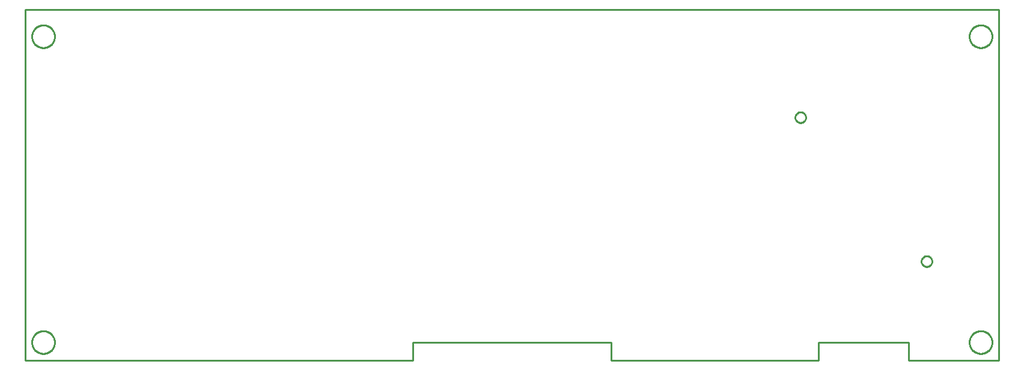
<source format=gbr>
G04 EAGLE Gerber X2 export*
%TF.Part,Single*%
%TF.FileFunction,Profile,NP*%
%TF.FilePolarity,Positive*%
%TF.GenerationSoftware,Autodesk,EAGLE,9.1.0*%
%TF.CreationDate,2019-05-29T07:05:15Z*%
G75*
%MOMM*%
%FSLAX34Y34*%
%LPD*%
%AMOC8*
5,1,8,0,0,1.08239X$1,22.5*%
G01*
%ADD10C,0.254000*%


D10*
X0Y0D02*
X546100Y0D01*
X546100Y25400D01*
X825500Y25400D01*
X825500Y0D01*
X1117600Y0D01*
X1117600Y25400D01*
X1244600Y25400D01*
X1244600Y0D01*
X1371600Y0D01*
X1371600Y495300D01*
X0Y495300D01*
X0Y0D01*
X41400Y24876D02*
X41332Y23831D01*
X41195Y22792D01*
X40990Y21765D01*
X40719Y20753D01*
X40383Y19761D01*
X39982Y18793D01*
X39518Y17854D01*
X38995Y16946D01*
X38413Y16075D01*
X37775Y15244D01*
X37084Y14457D01*
X36343Y13716D01*
X35556Y13025D01*
X34725Y12388D01*
X33854Y11806D01*
X32946Y11282D01*
X32007Y10818D01*
X31039Y10417D01*
X30047Y10081D01*
X29035Y9810D01*
X28008Y9605D01*
X26969Y9469D01*
X25924Y9400D01*
X24876Y9400D01*
X23831Y9469D01*
X22792Y9605D01*
X21765Y9810D01*
X20753Y10081D01*
X19761Y10417D01*
X18793Y10818D01*
X17854Y11282D01*
X16946Y11806D01*
X16075Y12388D01*
X15244Y13025D01*
X14457Y13716D01*
X13716Y14457D01*
X13025Y15244D01*
X12388Y16075D01*
X11806Y16946D01*
X11282Y17854D01*
X10818Y18793D01*
X10417Y19761D01*
X10081Y20753D01*
X9810Y21765D01*
X9605Y22792D01*
X9469Y23831D01*
X9400Y24876D01*
X9400Y25924D01*
X9469Y26969D01*
X9605Y28008D01*
X9810Y29035D01*
X10081Y30047D01*
X10417Y31039D01*
X10818Y32007D01*
X11282Y32946D01*
X11806Y33854D01*
X12388Y34725D01*
X13025Y35556D01*
X13716Y36343D01*
X14457Y37084D01*
X15244Y37775D01*
X16075Y38413D01*
X16946Y38995D01*
X17854Y39518D01*
X18793Y39982D01*
X19761Y40383D01*
X20753Y40719D01*
X21765Y40990D01*
X22792Y41195D01*
X23831Y41332D01*
X24876Y41400D01*
X25924Y41400D01*
X26969Y41332D01*
X28008Y41195D01*
X29035Y40990D01*
X30047Y40719D01*
X31039Y40383D01*
X32007Y39982D01*
X32946Y39518D01*
X33854Y38995D01*
X34725Y38413D01*
X35556Y37775D01*
X36343Y37084D01*
X37084Y36343D01*
X37775Y35556D01*
X38413Y34725D01*
X38995Y33854D01*
X39518Y32946D01*
X39982Y32007D01*
X40383Y31039D01*
X40719Y30047D01*
X40990Y29035D01*
X41195Y28008D01*
X41332Y26969D01*
X41400Y25924D01*
X41400Y24876D01*
X41400Y456676D02*
X41332Y455631D01*
X41195Y454592D01*
X40990Y453565D01*
X40719Y452553D01*
X40383Y451561D01*
X39982Y450593D01*
X39518Y449654D01*
X38995Y448746D01*
X38413Y447875D01*
X37775Y447044D01*
X37084Y446257D01*
X36343Y445516D01*
X35556Y444825D01*
X34725Y444188D01*
X33854Y443606D01*
X32946Y443082D01*
X32007Y442618D01*
X31039Y442217D01*
X30047Y441881D01*
X29035Y441610D01*
X28008Y441405D01*
X26969Y441269D01*
X25924Y441200D01*
X24876Y441200D01*
X23831Y441269D01*
X22792Y441405D01*
X21765Y441610D01*
X20753Y441881D01*
X19761Y442217D01*
X18793Y442618D01*
X17854Y443082D01*
X16946Y443606D01*
X16075Y444188D01*
X15244Y444825D01*
X14457Y445516D01*
X13716Y446257D01*
X13025Y447044D01*
X12388Y447875D01*
X11806Y448746D01*
X11282Y449654D01*
X10818Y450593D01*
X10417Y451561D01*
X10081Y452553D01*
X9810Y453565D01*
X9605Y454592D01*
X9469Y455631D01*
X9400Y456676D01*
X9400Y457724D01*
X9469Y458769D01*
X9605Y459808D01*
X9810Y460835D01*
X10081Y461847D01*
X10417Y462839D01*
X10818Y463807D01*
X11282Y464746D01*
X11806Y465654D01*
X12388Y466525D01*
X13025Y467356D01*
X13716Y468143D01*
X14457Y468884D01*
X15244Y469575D01*
X16075Y470213D01*
X16946Y470795D01*
X17854Y471318D01*
X18793Y471782D01*
X19761Y472183D01*
X20753Y472519D01*
X21765Y472790D01*
X22792Y472995D01*
X23831Y473132D01*
X24876Y473200D01*
X25924Y473200D01*
X26969Y473132D01*
X28008Y472995D01*
X29035Y472790D01*
X30047Y472519D01*
X31039Y472183D01*
X32007Y471782D01*
X32946Y471318D01*
X33854Y470795D01*
X34725Y470213D01*
X35556Y469575D01*
X36343Y468884D01*
X37084Y468143D01*
X37775Y467356D01*
X38413Y466525D01*
X38995Y465654D01*
X39518Y464746D01*
X39982Y463807D01*
X40383Y462839D01*
X40719Y461847D01*
X40990Y460835D01*
X41195Y459808D01*
X41332Y458769D01*
X41400Y457724D01*
X41400Y456676D01*
X1362200Y24876D02*
X1362132Y23831D01*
X1361995Y22792D01*
X1361790Y21765D01*
X1361519Y20753D01*
X1361183Y19761D01*
X1360782Y18793D01*
X1360318Y17854D01*
X1359795Y16946D01*
X1359213Y16075D01*
X1358575Y15244D01*
X1357884Y14457D01*
X1357143Y13716D01*
X1356356Y13025D01*
X1355525Y12388D01*
X1354654Y11806D01*
X1353746Y11282D01*
X1352807Y10818D01*
X1351839Y10417D01*
X1350847Y10081D01*
X1349835Y9810D01*
X1348808Y9605D01*
X1347769Y9469D01*
X1346724Y9400D01*
X1345676Y9400D01*
X1344631Y9469D01*
X1343592Y9605D01*
X1342565Y9810D01*
X1341553Y10081D01*
X1340561Y10417D01*
X1339593Y10818D01*
X1338654Y11282D01*
X1337746Y11806D01*
X1336875Y12388D01*
X1336044Y13025D01*
X1335257Y13716D01*
X1334516Y14457D01*
X1333825Y15244D01*
X1333188Y16075D01*
X1332606Y16946D01*
X1332082Y17854D01*
X1331618Y18793D01*
X1331217Y19761D01*
X1330881Y20753D01*
X1330610Y21765D01*
X1330405Y22792D01*
X1330269Y23831D01*
X1330200Y24876D01*
X1330200Y25924D01*
X1330269Y26969D01*
X1330405Y28008D01*
X1330610Y29035D01*
X1330881Y30047D01*
X1331217Y31039D01*
X1331618Y32007D01*
X1332082Y32946D01*
X1332606Y33854D01*
X1333188Y34725D01*
X1333825Y35556D01*
X1334516Y36343D01*
X1335257Y37084D01*
X1336044Y37775D01*
X1336875Y38413D01*
X1337746Y38995D01*
X1338654Y39518D01*
X1339593Y39982D01*
X1340561Y40383D01*
X1341553Y40719D01*
X1342565Y40990D01*
X1343592Y41195D01*
X1344631Y41332D01*
X1345676Y41400D01*
X1346724Y41400D01*
X1347769Y41332D01*
X1348808Y41195D01*
X1349835Y40990D01*
X1350847Y40719D01*
X1351839Y40383D01*
X1352807Y39982D01*
X1353746Y39518D01*
X1354654Y38995D01*
X1355525Y38413D01*
X1356356Y37775D01*
X1357143Y37084D01*
X1357884Y36343D01*
X1358575Y35556D01*
X1359213Y34725D01*
X1359795Y33854D01*
X1360318Y32946D01*
X1360782Y32007D01*
X1361183Y31039D01*
X1361519Y30047D01*
X1361790Y29035D01*
X1361995Y28008D01*
X1362132Y26969D01*
X1362200Y25924D01*
X1362200Y24876D01*
X1362200Y456676D02*
X1362132Y455631D01*
X1361995Y454592D01*
X1361790Y453565D01*
X1361519Y452553D01*
X1361183Y451561D01*
X1360782Y450593D01*
X1360318Y449654D01*
X1359795Y448746D01*
X1359213Y447875D01*
X1358575Y447044D01*
X1357884Y446257D01*
X1357143Y445516D01*
X1356356Y444825D01*
X1355525Y444188D01*
X1354654Y443606D01*
X1353746Y443082D01*
X1352807Y442618D01*
X1351839Y442217D01*
X1350847Y441881D01*
X1349835Y441610D01*
X1348808Y441405D01*
X1347769Y441269D01*
X1346724Y441200D01*
X1345676Y441200D01*
X1344631Y441269D01*
X1343592Y441405D01*
X1342565Y441610D01*
X1341553Y441881D01*
X1340561Y442217D01*
X1339593Y442618D01*
X1338654Y443082D01*
X1337746Y443606D01*
X1336875Y444188D01*
X1336044Y444825D01*
X1335257Y445516D01*
X1334516Y446257D01*
X1333825Y447044D01*
X1333188Y447875D01*
X1332606Y448746D01*
X1332082Y449654D01*
X1331618Y450593D01*
X1331217Y451561D01*
X1330881Y452553D01*
X1330610Y453565D01*
X1330405Y454592D01*
X1330269Y455631D01*
X1330200Y456676D01*
X1330200Y457724D01*
X1330269Y458769D01*
X1330405Y459808D01*
X1330610Y460835D01*
X1330881Y461847D01*
X1331217Y462839D01*
X1331618Y463807D01*
X1332082Y464746D01*
X1332606Y465654D01*
X1333188Y466525D01*
X1333825Y467356D01*
X1334516Y468143D01*
X1335257Y468884D01*
X1336044Y469575D01*
X1336875Y470213D01*
X1337746Y470795D01*
X1338654Y471318D01*
X1339593Y471782D01*
X1340561Y472183D01*
X1341553Y472519D01*
X1342565Y472790D01*
X1343592Y472995D01*
X1344631Y473132D01*
X1345676Y473200D01*
X1346724Y473200D01*
X1347769Y473132D01*
X1348808Y472995D01*
X1349835Y472790D01*
X1350847Y472519D01*
X1351839Y472183D01*
X1352807Y471782D01*
X1353746Y471318D01*
X1354654Y470795D01*
X1355525Y470213D01*
X1356356Y469575D01*
X1357143Y468884D01*
X1357884Y468143D01*
X1358575Y467356D01*
X1359213Y466525D01*
X1359795Y465654D01*
X1360318Y464746D01*
X1360782Y463807D01*
X1361183Y462839D01*
X1361519Y461847D01*
X1361790Y460835D01*
X1361995Y459808D01*
X1362132Y458769D01*
X1362200Y457724D01*
X1362200Y456676D01*
X1099700Y342532D02*
X1099628Y341798D01*
X1099484Y341075D01*
X1099270Y340370D01*
X1098988Y339689D01*
X1098641Y339040D01*
X1098231Y338427D01*
X1097764Y337857D01*
X1097243Y337336D01*
X1096673Y336869D01*
X1096060Y336459D01*
X1095411Y336112D01*
X1094730Y335830D01*
X1094025Y335616D01*
X1093302Y335472D01*
X1092568Y335400D01*
X1091832Y335400D01*
X1091098Y335472D01*
X1090375Y335616D01*
X1089670Y335830D01*
X1088989Y336112D01*
X1088340Y336459D01*
X1087727Y336869D01*
X1087157Y337336D01*
X1086636Y337857D01*
X1086169Y338427D01*
X1085759Y339040D01*
X1085412Y339689D01*
X1085130Y340370D01*
X1084916Y341075D01*
X1084772Y341798D01*
X1084700Y342532D01*
X1084700Y343268D01*
X1084772Y344002D01*
X1084916Y344725D01*
X1085130Y345430D01*
X1085412Y346111D01*
X1085759Y346760D01*
X1086169Y347373D01*
X1086636Y347943D01*
X1087157Y348464D01*
X1087727Y348931D01*
X1088340Y349341D01*
X1088989Y349688D01*
X1089670Y349970D01*
X1090375Y350184D01*
X1091098Y350328D01*
X1091832Y350400D01*
X1092568Y350400D01*
X1093302Y350328D01*
X1094025Y350184D01*
X1094730Y349970D01*
X1095411Y349688D01*
X1096060Y349341D01*
X1096673Y348931D01*
X1097243Y348464D01*
X1097764Y347943D01*
X1098231Y347373D01*
X1098641Y346760D01*
X1098988Y346111D01*
X1099270Y345430D01*
X1099484Y344725D01*
X1099628Y344002D01*
X1099700Y343268D01*
X1099700Y342532D01*
X1277500Y139332D02*
X1277428Y138598D01*
X1277284Y137875D01*
X1277070Y137170D01*
X1276788Y136489D01*
X1276441Y135840D01*
X1276031Y135227D01*
X1275564Y134657D01*
X1275043Y134136D01*
X1274473Y133669D01*
X1273860Y133259D01*
X1273211Y132912D01*
X1272530Y132630D01*
X1271825Y132416D01*
X1271102Y132272D01*
X1270368Y132200D01*
X1269632Y132200D01*
X1268898Y132272D01*
X1268175Y132416D01*
X1267470Y132630D01*
X1266789Y132912D01*
X1266140Y133259D01*
X1265527Y133669D01*
X1264957Y134136D01*
X1264436Y134657D01*
X1263969Y135227D01*
X1263559Y135840D01*
X1263212Y136489D01*
X1262930Y137170D01*
X1262716Y137875D01*
X1262572Y138598D01*
X1262500Y139332D01*
X1262500Y140068D01*
X1262572Y140802D01*
X1262716Y141525D01*
X1262930Y142230D01*
X1263212Y142911D01*
X1263559Y143560D01*
X1263969Y144173D01*
X1264436Y144743D01*
X1264957Y145264D01*
X1265527Y145731D01*
X1266140Y146141D01*
X1266789Y146488D01*
X1267470Y146770D01*
X1268175Y146984D01*
X1268898Y147128D01*
X1269632Y147200D01*
X1270368Y147200D01*
X1271102Y147128D01*
X1271825Y146984D01*
X1272530Y146770D01*
X1273211Y146488D01*
X1273860Y146141D01*
X1274473Y145731D01*
X1275043Y145264D01*
X1275564Y144743D01*
X1276031Y144173D01*
X1276441Y143560D01*
X1276788Y142911D01*
X1277070Y142230D01*
X1277284Y141525D01*
X1277428Y140802D01*
X1277500Y140068D01*
X1277500Y139332D01*
M02*

</source>
